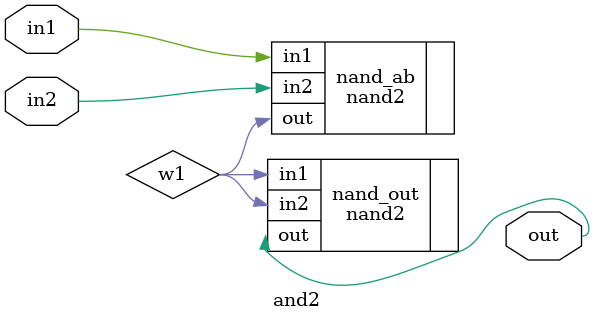
<source format=v>
/*
    CS/ECE 552 Spring '22
    Homework #1, Problem 2

    2 input AND
*/
module and2 (out,in1,in2);
    output out;
    input in1,in2;
    wire w1;

    nand2 nand_ab (.out(w1), .in1(in1), .in2(in2));
    nand2 nand_out (.out(out), .in1(w1), .in2(w1));
endmodule

</source>
